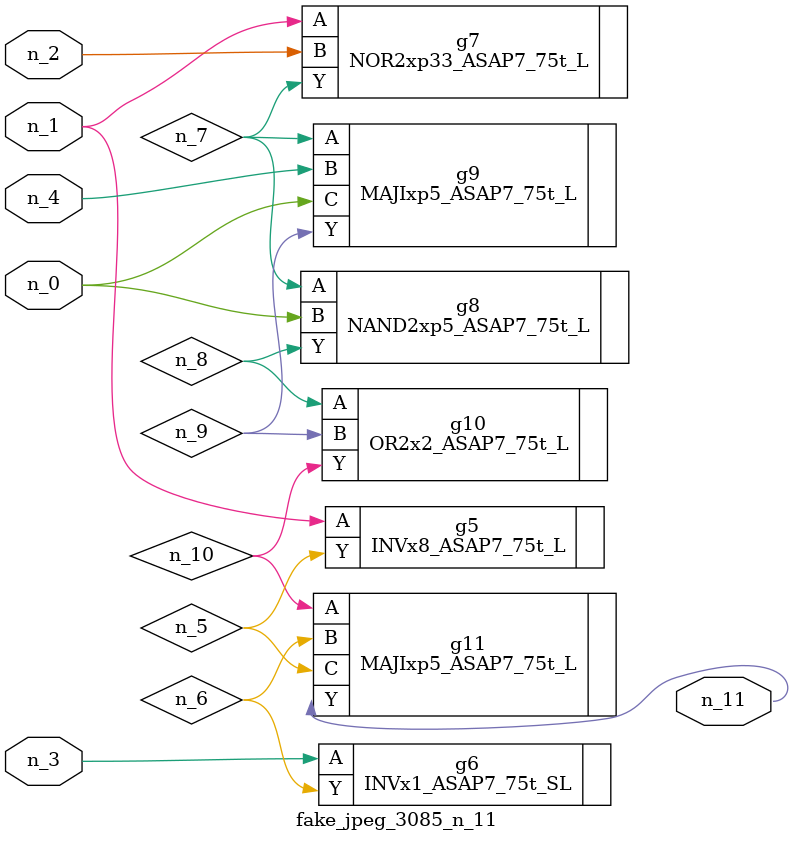
<source format=v>
module fake_jpeg_3085_n_11 (n_3, n_2, n_1, n_0, n_4, n_11);

input n_3;
input n_2;
input n_1;
input n_0;
input n_4;

output n_11;

wire n_10;
wire n_8;
wire n_9;
wire n_6;
wire n_5;
wire n_7;

INVx8_ASAP7_75t_L g5 ( 
.A(n_1),
.Y(n_5)
);

INVx1_ASAP7_75t_SL g6 ( 
.A(n_3),
.Y(n_6)
);

NOR2xp33_ASAP7_75t_L g7 ( 
.A(n_1),
.B(n_2),
.Y(n_7)
);

NAND2xp5_ASAP7_75t_L g8 ( 
.A(n_7),
.B(n_0),
.Y(n_8)
);

OR2x2_ASAP7_75t_L g10 ( 
.A(n_8),
.B(n_9),
.Y(n_10)
);

MAJIxp5_ASAP7_75t_L g9 ( 
.A(n_7),
.B(n_4),
.C(n_0),
.Y(n_9)
);

MAJIxp5_ASAP7_75t_L g11 ( 
.A(n_10),
.B(n_6),
.C(n_5),
.Y(n_11)
);


endmodule
</source>
